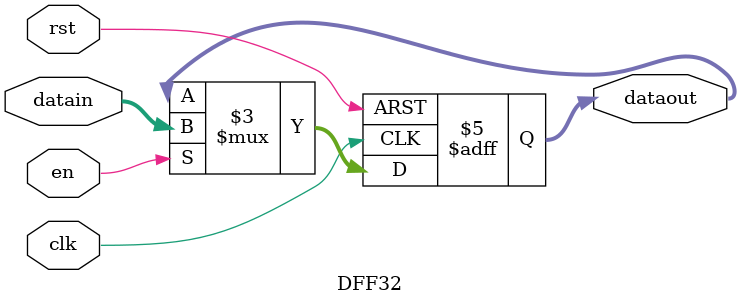
<source format=v>
`timescale 1ns / 1ps

module DFF32(
input [31:0]datain,
input clk,
input rst,
input en,
output reg[31:0]dataout);


always@(posedge clk or negedge rst) begin 
  if (~rst) dataout <= 32'd0;
  else if(en) dataout <= datain;
end

endmodule

</source>
